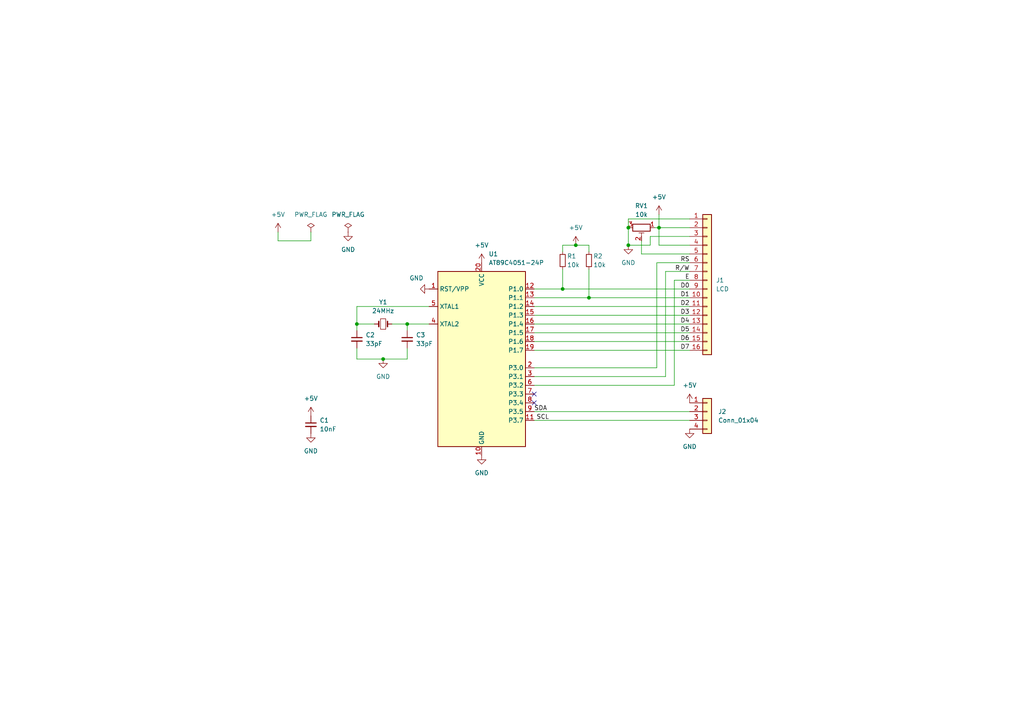
<source format=kicad_sch>
(kicad_sch (version 20211123) (generator eeschema)
  (paper "A4")
  (lib_symbols
    (symbol "Connector_Generic:Conn_01x04" (pin_names (offset 1.016) hide)
      (property "Reference" "J" (at 0 5.08 0))
      (property "Value" "Conn_01x04" (at 0 -7.62 0))
      (symbol "Conn_01x04_1_1"
        (rectangle (start -1.27 -4.953) (end 0 -5.207) (stroke (width 0.1524)))
        (rectangle (start -1.27 -2.413) (end 0 -2.667) (stroke (width 0.1524)))
        (rectangle (start -1.27 0.127) (end 0 -0.127) (stroke (width 0.1524)))
        (rectangle (start -1.27 2.667) (end 0 2.413) (stroke (width 0.1524)))
        (rectangle (start -1.27 3.81) (end 1.27 -6.35) (stroke (width 0.254)) (fill (type background)))
        (pin passive line (at -5.08 2.54 0) (length 3.81) (name "Pin_1") (number "1"))
        (pin passive line (at -5.08 0 0) (length 3.81) (name "Pin_2") (number "2"))
        (pin passive line (at -5.08 -2.54 0) (length 3.81) (name "Pin_3") (number "3"))
        (pin passive line (at -5.08 -5.08 0) (length 3.81) (name "Pin_4") (number "4"))
      )
    )
    (symbol "Connector_Generic:Conn_01x16" (pin_names (offset 1.016) hide)
      (property "Reference" "J" (at 0 20.32 0))
      (property "Value" "Conn_01x16" (at 0 -22.86 0))
      (symbol "Conn_01x16_1_1"
        (rectangle (start -1.27 -20.193) (end 0 -20.447) (stroke (width 0.1524)))
        (rectangle (start -1.27 -17.653) (end 0 -17.907) (stroke (width 0.1524)))
        (rectangle (start -1.27 -15.113) (end 0 -15.367) (stroke (width 0.1524)))
        (rectangle (start -1.27 -12.573) (end 0 -12.827) (stroke (width 0.1524)))
        (rectangle (start -1.27 -10.033) (end 0 -10.287) (stroke (width 0.1524)))
        (rectangle (start -1.27 -7.493) (end 0 -7.747) (stroke (width 0.1524)))
        (rectangle (start -1.27 -4.953) (end 0 -5.207) (stroke (width 0.1524)))
        (rectangle (start -1.27 -2.413) (end 0 -2.667) (stroke (width 0.1524)))
        (rectangle (start -1.27 0.127) (end 0 -0.127) (stroke (width 0.1524)))
        (rectangle (start -1.27 2.667) (end 0 2.413) (stroke (width 0.1524)))
        (rectangle (start -1.27 5.207) (end 0 4.953) (stroke (width 0.1524)))
        (rectangle (start -1.27 7.747) (end 0 7.493) (stroke (width 0.1524)))
        (rectangle (start -1.27 10.287) (end 0 10.033) (stroke (width 0.1524)))
        (rectangle (start -1.27 12.827) (end 0 12.573) (stroke (width 0.1524)))
        (rectangle (start -1.27 15.367) (end 0 15.113) (stroke (width 0.1524)))
        (rectangle (start -1.27 17.907) (end 0 17.653) (stroke (width 0.1524)))
        (rectangle (start -1.27 19.05) (end 1.27 -21.59) (stroke (width 0.254)) (fill (type background)))
        (pin passive line (at -5.08 17.78 0) (length 3.81) (name "Pin_1") (number "1"))
        (pin passive line (at -5.08 -5.08 0) (length 3.81) (name "Pin_10") (number "10"))
        (pin passive line (at -5.08 -7.62 0) (length 3.81) (name "Pin_11") (number "11"))
        (pin passive line (at -5.08 -10.16 0) (length 3.81) (name "Pin_12") (number "12"))
        (pin passive line (at -5.08 -12.7 0) (length 3.81) (name "Pin_13") (number "13"))
        (pin passive line (at -5.08 -15.24 0) (length 3.81) (name "Pin_14") (number "14"))
        (pin passive line (at -5.08 -17.78 0) (length 3.81) (name "Pin_15") (number "15"))
        (pin passive line (at -5.08 -20.32 0) (length 3.81) (name "Pin_16") (number "16"))
        (pin passive line (at -5.08 15.24 0) (length 3.81) (name "Pin_2") (number "2"))
        (pin passive line (at -5.08 12.7 0) (length 3.81) (name "Pin_3") (number "3"))
        (pin passive line (at -5.08 10.16 0) (length 3.81) (name "Pin_4") (number "4"))
        (pin passive line (at -5.08 7.62 0) (length 3.81) (name "Pin_5") (number "5"))
        (pin passive line (at -5.08 5.08 0) (length 3.81) (name "Pin_6") (number "6"))
        (pin passive line (at -5.08 2.54 0) (length 3.81) (name "Pin_7") (number "7"))
        (pin passive line (at -5.08 0 0) (length 3.81) (name "Pin_8") (number "8"))
        (pin passive line (at -5.08 -2.54 0) (length 3.81) (name "Pin_9") (number "9"))
      )
    )
    (symbol "Device:C_Small" (pin_numbers hide) (pin_names (offset 0.254) hide)
      (property "Reference" "C" (at 0.254 1.778 0))
      (property "Value" "C_Small" (at 0.254 -2.032 0))
      (symbol "C_Small_0_1"
        (polyline (pts (xy -1.524 -0.508) (xy 1.524 -0.508)) (stroke (width 0.3302)))
        (polyline (pts (xy -1.524 0.508) (xy 1.524 0.508)) (stroke (width 0.3048)))
      )
      (symbol "C_Small_1_1"
        (pin passive line (at 0 2.54 270) (length 2.032) (name "~") (number "1"))
        (pin passive line (at 0 -2.54 90) (length 2.032) (name "~") (number "2"))
      )
    )
    (symbol "Device:Crystal_Small" (pin_numbers hide) (pin_names (offset 1.016) hide)
      (property "Reference" "Y" (at 0 2.54 0))
      (property "Value" "Crystal_Small" (at 0 -2.54 0))
      (symbol "Crystal_Small_0_1"
        (rectangle (start -0.762 -1.524) (end 0.762 1.524))
        (polyline (pts (xy -1.27 -0.762) (xy -1.27 0.762)) (stroke (width 0.381)))
        (polyline (pts (xy 1.27 -0.762) (xy 1.27 0.762)) (stroke (width 0.381)))
      )
      (symbol "Crystal_Small_1_1"
        (pin passive line (at -2.54 0 0) (length 1.27) (name "1") (number "1"))
        (pin passive line (at 2.54 0 180) (length 1.27) (name "2") (number "2"))
      )
    )
    (symbol "Device:R_Potentiometer_Trim" (pin_names (offset 1.016) hide)
      (property "Reference" "RV" (at -4.445 0 90))
      (property "Value" "R_Potentiometer_Trim" (at -2.54 0 90))
      (symbol "R_Potentiometer_Trim_0_1"
        (polyline (pts (xy 1.524 0.762) (xy 1.524 -0.762)))
        (polyline (pts (xy 2.54 0) (xy 1.524 0)))
        (rectangle (start 1.016 2.54) (end -1.016 -2.54) (stroke (width 0.254)))
      )
      (symbol "R_Potentiometer_Trim_1_1"
        (pin passive line (at 0 3.81 270) (length 1.27) (name "1") (number "1"))
        (pin passive line (at 3.81 0 180) (length 1.27) (name "2") (number "2"))
        (pin passive line (at 0 -3.81 90) (length 1.27) (name "3") (number "3"))
      )
    )
    (symbol "Device:R_Small" (pin_numbers hide) (pin_names (offset 0.254) hide)
      (property "Reference" "R" (at 0.762 0.508 0))
      (property "Value" "R_Small" (at 0.762 -1.016 0))
      (symbol "R_Small_0_1"
        (rectangle (start -0.762 1.778) (end 0.762 -1.778) (stroke (width 0.2032)))
      )
      (symbol "R_Small_1_1"
        (pin passive line (at 0 2.54 270) (length 0.762) (name "~") (number "1"))
        (pin passive line (at 0 -2.54 90) (length 0.762) (name "~") (number "2"))
      )
    )
    (symbol "MCU_Microchip_8051:AT89C4051-24P"
      (property "Reference" "U" (at -12.7 26.67 0))
      (property "Value" "AT89C4051-24P" (at 2.54 -26.67 0))
      (symbol "AT89C4051-24P_0_1"
        (rectangle (start -12.7 -25.4) (end 12.7 25.4) (stroke (width 0.254)) (fill (type background)))
      )
      (symbol "AT89C4051-24P_1_1"
        (pin input line (at -15.24 20.32 0) (length 2.54) (name "RST/VPP") (number "1"))
        (pin power_in line (at 0 -27.94 90) (length 2.54) (name "GND") (number "10"))
        (pin bidirectional line (at 15.24 -17.78 180) (length 2.54) (name "P3.7") (number "11"))
        (pin bidirectional line (at 15.24 20.32 180) (length 2.54) (name "P1.0") (number "12"))
        (pin bidirectional line (at 15.24 17.78 180) (length 2.54) (name "P1.1") (number "13"))
        (pin bidirectional line (at 15.24 15.24 180) (length 2.54) (name "P1.2") (number "14"))
        (pin bidirectional line (at 15.24 12.7 180) (length 2.54) (name "P1.3") (number "15"))
        (pin bidirectional line (at 15.24 10.16 180) (length 2.54) (name "P1.4") (number "16"))
        (pin bidirectional line (at 15.24 7.62 180) (length 2.54) (name "P1.5") (number "17"))
        (pin bidirectional line (at 15.24 5.08 180) (length 2.54) (name "P1.6") (number "18"))
        (pin bidirectional line (at 15.24 2.54 180) (length 2.54) (name "P1.7") (number "19"))
        (pin bidirectional line (at 15.24 -2.54 180) (length 2.54) (name "P3.0") (number "2"))
        (pin power_in line (at 0 27.94 270) (length 2.54) (name "VCC") (number "20"))
        (pin bidirectional line (at 15.24 -5.08 180) (length 2.54) (name "P3.1") (number "3"))
        (pin output line (at -15.24 10.16 0) (length 2.54) (name "XTAL2") (number "4"))
        (pin input line (at -15.24 15.24 0) (length 2.54) (name "XTAL1") (number "5"))
        (pin bidirectional line (at 15.24 -7.62 180) (length 2.54) (name "P3.2") (number "6"))
        (pin bidirectional line (at 15.24 -10.16 180) (length 2.54) (name "P3.3") (number "7"))
        (pin bidirectional line (at 15.24 -12.7 180) (length 2.54) (name "P3.4") (number "8"))
        (pin bidirectional line (at 15.24 -15.24 180) (length 2.54) (name "P3.5") (number "9"))
      )
    )
    (symbol "power:+5V" (power) (pin_names (offset 0))
      (property "Value" "+5V" (at 0 3.556 0))
      (symbol "+5V_0_1"
        (polyline (pts (xy -0.762 1.27) (xy 0 2.54)))
        (polyline (pts (xy 0 0) (xy 0 2.54)))
        (polyline (pts (xy 0 2.54) (xy 0.762 1.27)))
      )
      (symbol "+5V_1_1"
        (pin power_in line (at 0 0 90) (length 0) hide (name "+5V") (number "1"))
      )
    )
    (symbol "power:GND" (power) (pin_names (offset 0))
      (property "Value" "GND" (at 0 -3.81 0))
      (symbol "GND_0_1"
        (polyline (pts (xy 0 0) (xy 0 -1.27) (xy 1.27 -1.27) (xy 0 -2.54) (xy -1.27 -1.27) (xy 0 -1.27)))
      )
      (symbol "GND_1_1"
        (pin power_in line (at 0 0 270) (length 0) hide (name "GND") (number "1"))
      )
    )
    (symbol "power:PWR_FLAG" (power) (pin_numbers hide) (pin_names (offset 0) hide)
      (property "Value" "PWR_FLAG" (at 0 3.81 0))
      (symbol "PWR_FLAG_0_0"
        (pin power_out line (at 0 0 90) (length 0) (name "pwr") (number "1"))
      )
      (symbol "PWR_FLAG_0_1"
        (polyline (pts (xy 0 0) (xy 0 1.27) (xy -1.016 1.905) (xy 0 2.54) (xy 1.016 1.905) (xy 0 1.27)))
      )
    )
  )
  (junction (at 167.005 71.12))
  (junction (at 163.195 83.82))
  (junction (at 191.135 66.04))
  (junction (at 170.815 86.36))
  (junction (at 103.505 93.98))
  (junction (at 182.245 71.12))
  (junction (at 182.245 66.04))
  (junction (at 111.125 104.14))
  (junction (at 118.11 93.98))
  (no_connect (at 154.94 114.3))
  (no_connect (at 154.94 116.84))
  (wire (pts (xy 118.11 93.98) (xy 124.46 93.98)))
  (wire (pts (xy 154.94 96.52) (xy 200.025 96.52)))
  (wire (pts (xy 154.94 91.44) (xy 200.025 91.44)))
  (wire (pts (xy 193.04 109.22) (xy 193.04 78.74)))
  (wire (pts (xy 108.585 93.98) (xy 103.505 93.98)))
  (wire (pts (xy 124.46 88.9) (xy 103.505 88.9)))
  (wire (pts (xy 103.505 104.14) (xy 111.125 104.14)))
  (wire (pts (xy 154.94 83.82) (xy 163.195 83.82)))
  (wire (pts (xy 170.815 78.105) (xy 170.815 86.36)))
  (wire (pts (xy 103.505 93.98) (xy 103.505 95.885)))
  (wire (pts (xy 154.94 101.6) (xy 200.025 101.6)))
  (wire (pts (xy 154.94 86.36) (xy 170.815 86.36)))
  (wire (pts (xy 182.245 63.5) (xy 182.245 66.04)))
  (wire (pts (xy 190.5 106.68) (xy 190.5 76.2)))
  (wire (pts (xy 170.815 71.12) (xy 170.815 73.025)))
  (wire (pts (xy 170.815 86.36) (xy 200.025 86.36)))
  (wire (pts (xy 154.94 109.22) (xy 193.04 109.22)))
  (wire (pts (xy 118.11 104.14) (xy 118.11 100.965)))
  (wire (pts (xy 191.135 66.04) (xy 200.025 66.04)))
  (wire (pts (xy 167.005 71.12) (xy 170.815 71.12)))
  (wire (pts (xy 191.135 62.23) (xy 191.135 66.04)))
  (wire (pts (xy 154.94 88.9) (xy 200.025 88.9)))
  (wire (pts (xy 113.665 93.98) (xy 118.11 93.98)))
  (wire (pts (xy 195.58 81.28) (xy 200.025 81.28)))
  (wire (pts (xy 154.94 93.98) (xy 200.025 93.98)))
  (wire (pts (xy 111.125 104.14) (xy 118.11 104.14)))
  (wire (pts (xy 80.645 69.85) (xy 90.17 69.85)))
  (wire (pts (xy 186.055 73.66) (xy 186.055 69.85)))
  (wire (pts (xy 163.195 71.12) (xy 167.005 71.12)))
  (wire (pts (xy 195.58 111.76) (xy 195.58 81.28)))
  (wire (pts (xy 193.04 78.74) (xy 200.025 78.74)))
  (wire (pts (xy 190.5 76.2) (xy 200.025 76.2)))
  (wire (pts (xy 188.595 71.12) (xy 182.245 71.12)))
  (wire (pts (xy 154.94 106.68) (xy 190.5 106.68)))
  (wire (pts (xy 191.135 71.12) (xy 191.135 66.04)))
  (wire (pts (xy 103.505 88.9) (xy 103.505 93.98)))
  (wire (pts (xy 103.505 100.965) (xy 103.505 104.14)))
  (wire (pts (xy 182.245 71.12) (xy 182.245 66.04)))
  (wire (pts (xy 200.025 73.66) (xy 186.055 73.66)))
  (wire (pts (xy 90.17 69.85) (xy 90.17 67.31)))
  (wire (pts (xy 163.195 83.82) (xy 200.025 83.82)))
  (wire (pts (xy 200.025 68.58) (xy 188.595 68.58)))
  (wire (pts (xy 154.94 119.38) (xy 200.025 119.38)))
  (wire (pts (xy 118.11 93.98) (xy 118.11 95.885)))
  (wire (pts (xy 163.195 78.105) (xy 163.195 83.82)))
  (wire (pts (xy 80.645 67.31) (xy 80.645 69.85)))
  (wire (pts (xy 154.94 121.92) (xy 200.025 121.92)))
  (wire (pts (xy 188.595 68.58) (xy 188.595 71.12)))
  (wire (pts (xy 154.94 111.76) (xy 195.58 111.76)))
  (wire (pts (xy 154.94 99.06) (xy 200.025 99.06)))
  (wire (pts (xy 200.025 63.5) (xy 182.245 63.5)))
  (wire (pts (xy 163.195 73.025) (xy 163.195 71.12)))
  (wire (pts (xy 200.025 71.12) (xy 191.135 71.12)))
  (wire (pts (xy 189.865 66.04) (xy 191.135 66.04)))
  (label "D2" (at 200.025 88.9 180))
  (label "D7" (at 200.025 101.6 180))
  (label "D6" (at 200.025 99.06 180))
  (label "RS" (at 200.025 76.2 180))
  (label "D0" (at 200.025 83.82 180))
  (label "D5" (at 200.025 96.52 180))
  (label "E" (at 200.025 81.28 180))
  (label "D1" (at 200.025 86.36 180))
  (label "R{slash}W" (at 200.025 78.74 180))
  (label "SDA" (at 154.94 119.38 0))
  (label "SCL" (at 155.575 121.92 0))
  (label "D3" (at 200.025 91.44 180))
  (label "D4" (at 200.025 93.98 180))
  (symbol (lib_id "power:GND") (at 100.965 67.31 0) (unit 1)
    (property "Reference" "#PWR04" (effects hide))
    (property "Value" "GND" (at 100.965 72.39 0))
  )
  (symbol (lib_id "power:+5V") (at 80.645 67.31 0) (unit 1)
    (property "Reference" "#PWR01" (effects hide))
    (property "Value" "+5V" (at 80.645 62.23 0))
  )
  (symbol (lib_id "power:PWR_FLAG") (at 100.965 67.31 0) (unit 1)
    (property "Reference" "#FLG02" (effects hide))
    (property "Value" "PWR_FLAG" (at 100.965 62.23 0))
  )
  (symbol (lib_id "power:GND") (at 182.245 71.12 0) (unit 1)
    (property "Reference" "#PWR010" (effects hide))
    (property "Value" "GND" (at 182.245 76.2 0))
  )
  (symbol (lib_id "MCU_Microchip_8051:AT89C4051-24P") (at 139.7 104.14 0) (unit 1)
    (property "Reference" "U1" (at 141.7194 73.66 0) (effects (justify left)))
    (property "Value" "AT89C4051-24P" (at 141.7194 76.2 0) (effects (justify left)))
    (property "Footprint" "Package_DIP:DIP-20_W7.62mm" (effects hide))
    (property "Datasheet" "http://ww1.microchip.com/downloads/en/DeviceDoc/doc1001.pdf" (effects hide))
  )
  (symbol (lib_id "power:GND") (at 111.125 104.14 0) (unit 1)
    (property "Reference" "#PWR05" (effects hide))
    (property "Value" "GND" (at 111.125 109.22 0))
  )
  (symbol (lib_id "Connector_Generic:Conn_01x16") (at 205.105 81.28 0) (unit 1)
    (property "Reference" "J1" (at 207.645 81.2799 0) (effects (justify left)))
    (property "Value" "LCD" (at 207.645 83.8199 0) (effects (justify left)))
  )
  (symbol (lib_id "Device:C_Small") (at 103.505 98.425 0) (unit 1)
    (property "Reference" "C2" (at 106.045 97.1612 0) (effects (justify left)))
    (property "Value" "33pF" (at 106.045 99.7012 0) (effects (justify left)))
  )
  (symbol (lib_id "power:GND") (at 200.025 124.46 0) (unit 1)
    (property "Reference" "#PWR013" (effects hide))
    (property "Value" "GND" (at 200.025 129.54 0))
  )
  (symbol (lib_id "Device:C_Small") (at 118.11 98.425 0) (unit 1)
    (property "Reference" "C3" (at 120.65 97.1612 0) (effects (justify left)))
    (property "Value" "33pF" (at 120.65 99.7012 0) (effects (justify left)))
  )
  (symbol (lib_id "Device:R_Small") (at 170.815 75.565 0) (unit 1)
    (property "Reference" "R2" (at 172.085 74.295 0) (effects (justify left)))
    (property "Value" "10k" (at 172.085 76.835 0) (effects (justify left)))
  )
  (symbol (lib_id "Device:Crystal_Small") (at 111.125 93.98 0) (unit 1)
    (property "Reference" "Y1" (at 111.125 87.63 0))
    (property "Value" "24MHz" (at 111.125 90.17 0))
  )
  (symbol (lib_id "power:+5V") (at 90.17 120.65 0) (unit 1)
    (property "Reference" "#PWR02" (effects hide))
    (property "Value" "+5V" (at 90.17 115.57 0))
  )
  (symbol (lib_id "power:+5V") (at 191.135 62.23 0) (unit 1)
    (property "Reference" "#PWR011" (effects hide))
    (property "Value" "+5V" (at 191.135 57.15 0))
  )
  (symbol (lib_id "power:+5V") (at 200.025 116.84 0) (unit 1)
    (property "Reference" "#PWR012" (effects hide))
    (property "Value" "+5V" (at 200.025 111.76 0))
  )
  (symbol (lib_id "Device:R_Potentiometer_Trim") (at 186.055 66.04 270) (unit 1)
    (property "Reference" "RV1" (at 186.055 59.69 90))
    (property "Value" "10k" (at 186.055 62.23 90))
  )
  (symbol (lib_id "power:+5V") (at 167.005 71.12 0) (unit 1)
    (property "Reference" "#PWR09" (effects hide))
    (property "Value" "+5V" (at 167.005 66.04 0))
  )
  (symbol (lib_id "power:GND") (at 139.7 132.08 0) (unit 1)
    (property "Reference" "#PWR08" (effects hide))
    (property "Value" "GND" (at 139.7 137.16 0))
  )
  (symbol (lib_id "power:GND") (at 90.17 125.73 0) (unit 1)
    (property "Reference" "#PWR03" (effects hide))
    (property "Value" "GND" (at 90.17 130.81 0))
  )
  (symbol (lib_id "Device:C_Small") (at 90.17 123.19 0) (unit 1)
    (property "Reference" "C1" (at 92.71 121.9262 0) (effects (justify left)))
    (property "Value" "10nF" (at 92.71 124.4662 0) (effects (justify left)))
  )
  (symbol (lib_id "power:PWR_FLAG") (at 90.17 67.31 0) (unit 1)
    (property "Reference" "#FLG01" (effects hide))
    (property "Value" "PWR_FLAG" (at 90.17 62.23 0))
  )
  (symbol (lib_id "power:+5V") (at 139.7 76.2 0) (unit 1)
    (property "Reference" "#PWR07" (effects hide))
    (property "Value" "+5V" (at 139.7 71.12 0))
  )
  (symbol (lib_id "Connector_Generic:Conn_01x04") (at 205.105 119.38 0) (unit 1)
    (property "Reference" "J2" (at 208.28 119.3799 0) (effects (justify left)))
    (property "Value" "Conn_01x04" (at 208.28 121.9199 0) (effects (justify left)))
  )
  (symbol (lib_id "power:GND") (at 124.46 83.82 270) (unit 1)
    (property "Reference" "#PWR06" (effects hide))
    (property "Value" "GND" (at 118.745 80.645 90) (effects (justify left)))
  )
  (symbol (lib_id "Device:R_Small") (at 163.195 75.565 0) (unit 1)
    (property "Reference" "R1" (at 164.465 74.295 0) (effects (justify left)))
    (property "Value" "10k" (at 164.465 76.835 0) (effects (justify left)))
  )
)
</source>
